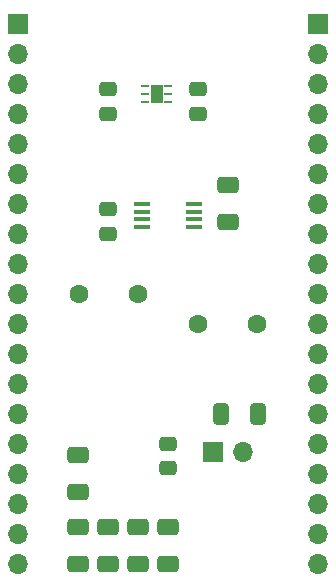
<source format=gbr>
%TF.GenerationSoftware,KiCad,Pcbnew,7.0.9-7.0.9~ubuntu22.04.1*%
%TF.CreationDate,2023-12-11T18:25:34-06:00*%
%TF.ProjectId,ultrasonic_microphone,756c7472-6173-46f6-9e69-635f6d696372,rev?*%
%TF.SameCoordinates,Original*%
%TF.FileFunction,Soldermask,Bot*%
%TF.FilePolarity,Negative*%
%FSLAX46Y46*%
G04 Gerber Fmt 4.6, Leading zero omitted, Abs format (unit mm)*
G04 Created by KiCad (PCBNEW 7.0.9-7.0.9~ubuntu22.04.1) date 2023-12-11 18:25:34*
%MOMM*%
%LPD*%
G01*
G04 APERTURE LIST*
G04 Aperture macros list*
%AMRoundRect*
0 Rectangle with rounded corners*
0 $1 Rounding radius*
0 $2 $3 $4 $5 $6 $7 $8 $9 X,Y pos of 4 corners*
0 Add a 4 corners polygon primitive as box body*
4,1,4,$2,$3,$4,$5,$6,$7,$8,$9,$2,$3,0*
0 Add four circle primitives for the rounded corners*
1,1,$1+$1,$2,$3*
1,1,$1+$1,$4,$5*
1,1,$1+$1,$6,$7*
1,1,$1+$1,$8,$9*
0 Add four rect primitives between the rounded corners*
20,1,$1+$1,$2,$3,$4,$5,0*
20,1,$1+$1,$4,$5,$6,$7,0*
20,1,$1+$1,$6,$7,$8,$9,0*
20,1,$1+$1,$8,$9,$2,$3,0*%
G04 Aperture macros list end*
%ADD10R,1.358900X0.431800*%
%ADD11R,0.654800X0.249200*%
%ADD12R,1.000000X1.600000*%
%ADD13RoundRect,0.250000X-0.650000X0.412500X-0.650000X-0.412500X0.650000X-0.412500X0.650000X0.412500X0*%
%ADD14C,1.600000*%
%ADD15RoundRect,0.250000X0.475000X-0.337500X0.475000X0.337500X-0.475000X0.337500X-0.475000X-0.337500X0*%
%ADD16RoundRect,0.250000X-0.475000X0.337500X-0.475000X-0.337500X0.475000X-0.337500X0.475000X0.337500X0*%
%ADD17R,1.700000X1.700000*%
%ADD18O,1.700000X1.700000*%
%ADD19RoundRect,0.250000X-0.412500X-0.650000X0.412500X-0.650000X0.412500X0.650000X-0.412500X0.650000X0*%
G04 APERTURE END LIST*
D10*
%TO.C,U3*%
X144468850Y-45720000D03*
X144468850Y-46369998D03*
X144468850Y-47020000D03*
X144468850Y-47669998D03*
X140011150Y-47669998D03*
X140011150Y-47020000D03*
X140011150Y-46369998D03*
X140011150Y-45720000D03*
%TD*%
D11*
%TO.C,U4*%
X142240000Y-35762502D03*
X142240000Y-36412501D03*
X142240000Y-37062500D03*
X140285200Y-37062500D03*
X140285200Y-36412501D03*
X140285200Y-35762502D03*
D12*
X141262600Y-36412501D03*
%TD*%
D13*
%TO.C,C6*%
X139700000Y-73075000D03*
X139700000Y-76200000D03*
%TD*%
D14*
%TO.C,C13*%
X139700000Y-53340000D03*
X134700000Y-53340000D03*
%TD*%
%TO.C,C14*%
X149780000Y-55880000D03*
X144780000Y-55880000D03*
%TD*%
D15*
%TO.C,R5*%
X142240000Y-68115000D03*
X142240000Y-66040000D03*
%TD*%
D16*
%TO.C,C12*%
X144780000Y-36025000D03*
X144780000Y-38100000D03*
%TD*%
D17*
%TO.C,J2*%
X129540000Y-30480000D03*
D18*
X129540000Y-33020000D03*
X129540000Y-35560000D03*
X129540000Y-38100000D03*
X129540000Y-40640000D03*
X129540000Y-43180000D03*
X129540000Y-45720000D03*
X129540000Y-48260000D03*
X129540000Y-50800000D03*
X129540000Y-53340000D03*
X129540000Y-55880000D03*
X129540000Y-58420000D03*
X129540000Y-60960000D03*
X129540000Y-63500000D03*
X129540000Y-66040000D03*
X129540000Y-68580000D03*
X129540000Y-71120000D03*
X129540000Y-73660000D03*
X129540000Y-76200000D03*
%TD*%
D13*
%TO.C,C10*%
X134620000Y-73075000D03*
X134620000Y-76200000D03*
%TD*%
D16*
%TO.C,C5*%
X137160000Y-46185000D03*
X137160000Y-48260000D03*
%TD*%
D17*
%TO.C,J3*%
X146045000Y-66745000D03*
D18*
X148585000Y-66745000D03*
%TD*%
D13*
%TO.C,C7*%
X142240000Y-73075000D03*
X142240000Y-76200000D03*
%TD*%
D15*
%TO.C,C16*%
X137160000Y-38100000D03*
X137160000Y-36025000D03*
%TD*%
D19*
%TO.C,C11*%
X146735000Y-63500000D03*
X149860000Y-63500000D03*
%TD*%
D17*
%TO.C,J1*%
X154940000Y-30480000D03*
D18*
X154940000Y-33020000D03*
X154940000Y-35560000D03*
X154940000Y-38100000D03*
X154940000Y-40640000D03*
X154940000Y-43180000D03*
X154940000Y-45720000D03*
X154940000Y-48260000D03*
X154940000Y-50800000D03*
X154940000Y-53340000D03*
X154940000Y-55880000D03*
X154940000Y-58420000D03*
X154940000Y-60960000D03*
X154940000Y-63500000D03*
X154940000Y-66040000D03*
X154940000Y-68580000D03*
X154940000Y-71120000D03*
X154940000Y-73660000D03*
X154940000Y-76200000D03*
%TD*%
D13*
%TO.C,C8*%
X134620000Y-67017500D03*
X134620000Y-70142500D03*
%TD*%
%TO.C,C1*%
X147320000Y-44157500D03*
X147320000Y-47282500D03*
%TD*%
%TO.C,C9*%
X137160000Y-73075000D03*
X137160000Y-76200000D03*
%TD*%
M02*

</source>
